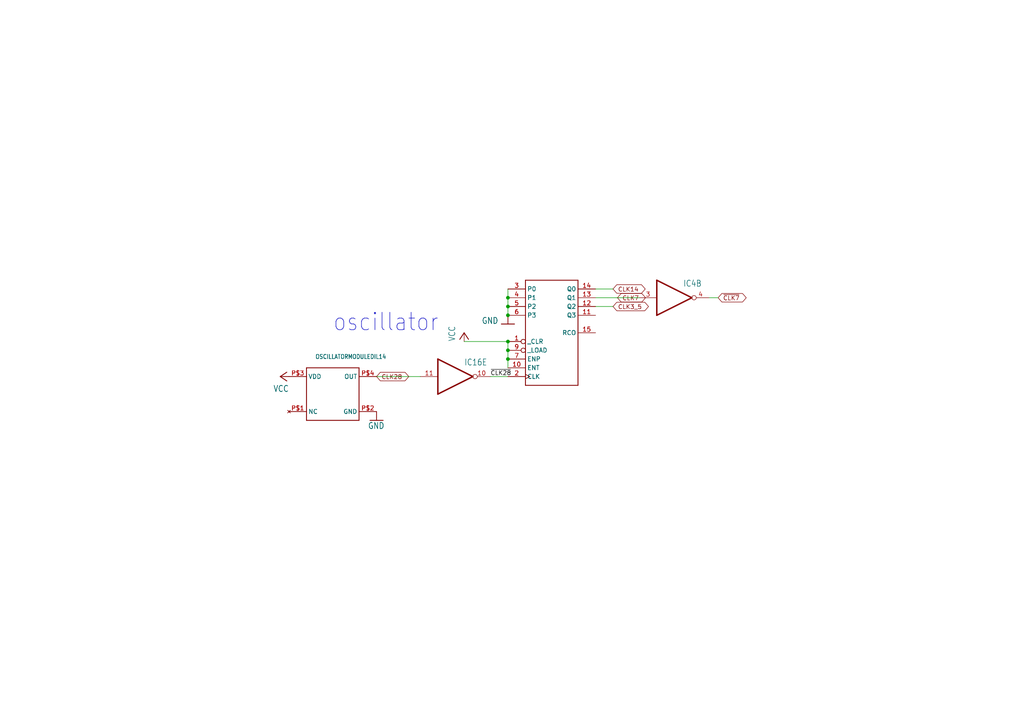
<source format=kicad_sch>
(kicad_sch (version 20230121) (generator eeschema)

  (uuid f825cb64-79c3-4fd9-a289-6df230eebe13)

  (paper "A4")

  (lib_symbols
    (symbol "cpu-blitter-inputs-eagle-import:7404N" (in_bom yes) (on_board yes)
      (property "Reference" "IC" (at -0.635 -0.635 0)
        (effects (font (size 1.778 1.5113)) (justify left bottom))
      )
      (property "Value" "" (at 2.54 -5.08 0)
        (effects (font (size 1.778 1.5113)) (justify left bottom) hide)
      )
      (property "Footprint" "cpu-blitter-inputs:DIL14" (at 0 0 0)
        (effects (font (size 1.27 1.27)) hide)
      )
      (property "Datasheet" "" (at 0 0 0)
        (effects (font (size 1.27 1.27)) hide)
      )
      (property "ki_locked" "" (at 0 0 0)
        (effects (font (size 1.27 1.27)))
      )
      (symbol "7404N_1_0"
        (polyline
          (pts
            (xy -5.08 -5.08)
            (xy -5.08 5.08)
          )
          (stroke (width 0.4064) (type solid))
          (fill (type none))
        )
        (polyline
          (pts
            (xy -5.08 5.08)
            (xy 5.08 0)
          )
          (stroke (width 0.4064) (type solid))
          (fill (type none))
        )
        (polyline
          (pts
            (xy 5.08 0)
            (xy -5.08 -5.08)
          )
          (stroke (width 0.4064) (type solid))
          (fill (type none))
        )
        (pin input line (at -10.16 0 0) (length 5.08)
          (name "I" (effects (font (size 0 0))))
          (number "1" (effects (font (size 1.27 1.27))))
        )
        (pin output inverted (at 10.16 0 180) (length 5.08)
          (name "O" (effects (font (size 0 0))))
          (number "2" (effects (font (size 1.27 1.27))))
        )
      )
      (symbol "7404N_2_0"
        (polyline
          (pts
            (xy -5.08 -5.08)
            (xy -5.08 5.08)
          )
          (stroke (width 0.4064) (type solid))
          (fill (type none))
        )
        (polyline
          (pts
            (xy -5.08 5.08)
            (xy 5.08 0)
          )
          (stroke (width 0.4064) (type solid))
          (fill (type none))
        )
        (polyline
          (pts
            (xy 5.08 0)
            (xy -5.08 -5.08)
          )
          (stroke (width 0.4064) (type solid))
          (fill (type none))
        )
        (pin input line (at -10.16 0 0) (length 5.08)
          (name "I" (effects (font (size 0 0))))
          (number "3" (effects (font (size 1.27 1.27))))
        )
        (pin output inverted (at 10.16 0 180) (length 5.08)
          (name "O" (effects (font (size 0 0))))
          (number "4" (effects (font (size 1.27 1.27))))
        )
      )
      (symbol "7404N_3_0"
        (polyline
          (pts
            (xy -5.08 -5.08)
            (xy -5.08 5.08)
          )
          (stroke (width 0.4064) (type solid))
          (fill (type none))
        )
        (polyline
          (pts
            (xy -5.08 5.08)
            (xy 5.08 0)
          )
          (stroke (width 0.4064) (type solid))
          (fill (type none))
        )
        (polyline
          (pts
            (xy 5.08 0)
            (xy -5.08 -5.08)
          )
          (stroke (width 0.4064) (type solid))
          (fill (type none))
        )
        (pin input line (at -10.16 0 0) (length 5.08)
          (name "I" (effects (font (size 0 0))))
          (number "5" (effects (font (size 1.27 1.27))))
        )
        (pin output inverted (at 10.16 0 180) (length 5.08)
          (name "O" (effects (font (size 0 0))))
          (number "6" (effects (font (size 1.27 1.27))))
        )
      )
      (symbol "7404N_4_0"
        (polyline
          (pts
            (xy -5.08 -5.08)
            (xy -5.08 5.08)
          )
          (stroke (width 0.4064) (type solid))
          (fill (type none))
        )
        (polyline
          (pts
            (xy -5.08 5.08)
            (xy 5.08 0)
          )
          (stroke (width 0.4064) (type solid))
          (fill (type none))
        )
        (polyline
          (pts
            (xy 5.08 0)
            (xy -5.08 -5.08)
          )
          (stroke (width 0.4064) (type solid))
          (fill (type none))
        )
        (pin output inverted (at 10.16 0 180) (length 5.08)
          (name "O" (effects (font (size 0 0))))
          (number "8" (effects (font (size 1.27 1.27))))
        )
        (pin input line (at -10.16 0 0) (length 5.08)
          (name "I" (effects (font (size 0 0))))
          (number "9" (effects (font (size 1.27 1.27))))
        )
      )
      (symbol "7404N_5_0"
        (polyline
          (pts
            (xy -5.08 -5.08)
            (xy -5.08 5.08)
          )
          (stroke (width 0.4064) (type solid))
          (fill (type none))
        )
        (polyline
          (pts
            (xy -5.08 5.08)
            (xy 5.08 0)
          )
          (stroke (width 0.4064) (type solid))
          (fill (type none))
        )
        (polyline
          (pts
            (xy 5.08 0)
            (xy -5.08 -5.08)
          )
          (stroke (width 0.4064) (type solid))
          (fill (type none))
        )
        (pin output inverted (at 10.16 0 180) (length 5.08)
          (name "O" (effects (font (size 0 0))))
          (number "10" (effects (font (size 1.27 1.27))))
        )
        (pin input line (at -10.16 0 0) (length 5.08)
          (name "I" (effects (font (size 0 0))))
          (number "11" (effects (font (size 1.27 1.27))))
        )
      )
      (symbol "7404N_6_0"
        (polyline
          (pts
            (xy -5.08 -5.08)
            (xy -5.08 5.08)
          )
          (stroke (width 0.4064) (type solid))
          (fill (type none))
        )
        (polyline
          (pts
            (xy -5.08 5.08)
            (xy 5.08 0)
          )
          (stroke (width 0.4064) (type solid))
          (fill (type none))
        )
        (polyline
          (pts
            (xy 5.08 0)
            (xy -5.08 -5.08)
          )
          (stroke (width 0.4064) (type solid))
          (fill (type none))
        )
        (pin output inverted (at 10.16 0 180) (length 5.08)
          (name "O" (effects (font (size 0 0))))
          (number "12" (effects (font (size 1.27 1.27))))
        )
        (pin input line (at -10.16 0 0) (length 5.08)
          (name "I" (effects (font (size 0 0))))
          (number "13" (effects (font (size 1.27 1.27))))
        )
      )
      (symbol "7404N_7_0"
        (text "GND" (at 1.905 -7.62 900)
          (effects (font (size 1.27 1.0795)) (justify left bottom))
        )
        (text "VCC" (at 1.905 5.08 900)
          (effects (font (size 1.27 1.0795)) (justify left bottom))
        )
        (pin power_in line (at 0 10.16 270) (length 7.62)
          (name "VCC" (effects (font (size 0 0))))
          (number "14" (effects (font (size 1.27 1.27))))
        )
        (pin power_in line (at 0 -10.16 90) (length 7.62)
          (name "GND" (effects (font (size 0 0))))
          (number "7" (effects (font (size 1.27 1.27))))
        )
      )
    )
    (symbol "cpu-blitter-inputs-eagle-import:74HC163" (in_bom yes) (on_board yes)
      (property "Reference" "" (at 0 0 0)
        (effects (font (size 1.27 1.27)) hide)
      )
      (property "Value" "" (at 0 0 0)
        (effects (font (size 1.27 1.27)) hide)
      )
      (property "Footprint" "cpu-blitter-inputs:DIL16" (at 0 0 0)
        (effects (font (size 1.27 1.27)) hide)
      )
      (property "Datasheet" "" (at 0 0 0)
        (effects (font (size 1.27 1.27)) hide)
      )
      (property "ki_locked" "" (at 0 0 0)
        (effects (font (size 1.27 1.27)))
      )
      (symbol "74HC163_1_0"
        (polyline
          (pts
            (xy -7.62 -15.24)
            (xy -7.62 15.24)
          )
          (stroke (width 0.254) (type solid))
          (fill (type none))
        )
        (polyline
          (pts
            (xy -7.62 15.24)
            (xy 7.62 15.24)
          )
          (stroke (width 0.254) (type solid))
          (fill (type none))
        )
        (polyline
          (pts
            (xy 7.62 -15.24)
            (xy -7.62 -15.24)
          )
          (stroke (width 0.254) (type solid))
          (fill (type none))
        )
        (polyline
          (pts
            (xy 7.62 15.24)
            (xy 7.62 -15.24)
          )
          (stroke (width 0.254) (type solid))
          (fill (type none))
        )
        (pin bidirectional inverted (at -12.7 -2.54 0) (length 5.08)
          (name "_CLR" (effects (font (size 1.27 1.27))))
          (number "1" (effects (font (size 1.27 1.27))))
        )
        (pin bidirectional line (at -12.7 -10.16 0) (length 5.08)
          (name "ENT" (effects (font (size 1.27 1.27))))
          (number "10" (effects (font (size 1.27 1.27))))
        )
        (pin bidirectional line (at 12.7 5.08 180) (length 5.08)
          (name "Q3" (effects (font (size 1.27 1.27))))
          (number "11" (effects (font (size 1.27 1.27))))
        )
        (pin bidirectional line (at 12.7 7.62 180) (length 5.08)
          (name "Q2" (effects (font (size 1.27 1.27))))
          (number "12" (effects (font (size 1.27 1.27))))
        )
        (pin bidirectional line (at 12.7 10.16 180) (length 5.08)
          (name "Q1" (effects (font (size 1.27 1.27))))
          (number "13" (effects (font (size 1.27 1.27))))
        )
        (pin bidirectional line (at 12.7 12.7 180) (length 5.08)
          (name "Q0" (effects (font (size 1.27 1.27))))
          (number "14" (effects (font (size 1.27 1.27))))
        )
        (pin bidirectional line (at 12.7 0 180) (length 5.08)
          (name "RCO" (effects (font (size 1.27 1.27))))
          (number "15" (effects (font (size 1.27 1.27))))
        )
        (pin bidirectional clock (at -12.7 -12.7 0) (length 5.08)
          (name "CLK" (effects (font (size 1.27 1.27))))
          (number "2" (effects (font (size 1.27 1.27))))
        )
        (pin bidirectional line (at -12.7 12.7 0) (length 5.08)
          (name "P0" (effects (font (size 1.27 1.27))))
          (number "3" (effects (font (size 1.27 1.27))))
        )
        (pin bidirectional line (at -12.7 10.16 0) (length 5.08)
          (name "P1" (effects (font (size 1.27 1.27))))
          (number "4" (effects (font (size 1.27 1.27))))
        )
        (pin bidirectional line (at -12.7 7.62 0) (length 5.08)
          (name "P2" (effects (font (size 1.27 1.27))))
          (number "5" (effects (font (size 1.27 1.27))))
        )
        (pin bidirectional line (at -12.7 5.08 0) (length 5.08)
          (name "P3" (effects (font (size 1.27 1.27))))
          (number "6" (effects (font (size 1.27 1.27))))
        )
        (pin bidirectional line (at -12.7 -7.62 0) (length 5.08)
          (name "ENP" (effects (font (size 1.27 1.27))))
          (number "7" (effects (font (size 1.27 1.27))))
        )
        (pin bidirectional inverted (at -12.7 -5.08 0) (length 5.08)
          (name "_LOAD" (effects (font (size 1.27 1.27))))
          (number "9" (effects (font (size 1.27 1.27))))
        )
      )
      (symbol "74HC163_2_0"
        (pin power_in line (at 0 12.7 270) (length 5.08)
          (name "VCC" (effects (font (size 1.27 1.27))))
          (number "16" (effects (font (size 1.27 1.27))))
        )
        (pin power_in line (at 0 -10.16 90) (length 5.08)
          (name "GND" (effects (font (size 1.27 1.27))))
          (number "8" (effects (font (size 1.27 1.27))))
        )
      )
    )
    (symbol "cpu-blitter-inputs-eagle-import:GND" (power) (in_bom yes) (on_board yes)
      (property "Reference" "#GND" (at 0 0 0)
        (effects (font (size 1.27 1.27)) hide)
      )
      (property "Value" "GND" (at -2.54 -2.54 0)
        (effects (font (size 1.778 1.5113)) (justify left bottom))
      )
      (property "Footprint" "" (at 0 0 0)
        (effects (font (size 1.27 1.27)) hide)
      )
      (property "Datasheet" "" (at 0 0 0)
        (effects (font (size 1.27 1.27)) hide)
      )
      (property "ki_locked" "" (at 0 0 0)
        (effects (font (size 1.27 1.27)))
      )
      (symbol "GND_1_0"
        (polyline
          (pts
            (xy -1.905 0)
            (xy 1.905 0)
          )
          (stroke (width 0.254) (type solid))
          (fill (type none))
        )
        (pin power_in line (at 0 2.54 270) (length 2.54)
          (name "GND" (effects (font (size 0 0))))
          (number "1" (effects (font (size 0 0))))
        )
      )
    )
    (symbol "cpu-blitter-inputs-eagle-import:OSCILLATORMODULEDIL14" (in_bom yes) (on_board yes)
      (property "Reference" "" (at -5.08 12.7 0)
        (effects (font (size 1.27 1.0795)) (justify left bottom) hide)
      )
      (property "Value" "" (at -5.08 10.16 0)
        (effects (font (size 1.27 1.0795)) (justify left bottom))
      )
      (property "Footprint" "cpu-blitter-inputs:CRYSTAL800MIL" (at 0 0 0)
        (effects (font (size 1.27 1.27)) hide)
      )
      (property "Datasheet" "" (at 0 0 0)
        (effects (font (size 1.27 1.27)) hide)
      )
      (property "ki_locked" "" (at 0 0 0)
        (effects (font (size 1.27 1.27)))
      )
      (symbol "OSCILLATORMODULEDIL14_1_0"
        (polyline
          (pts
            (xy -7.62 -7.62)
            (xy 7.62 -7.62)
          )
          (stroke (width 0.254) (type solid))
          (fill (type none))
        )
        (polyline
          (pts
            (xy -7.62 7.62)
            (xy -7.62 -7.62)
          )
          (stroke (width 0.254) (type solid))
          (fill (type none))
        )
        (polyline
          (pts
            (xy 7.62 -7.62)
            (xy 7.62 7.62)
          )
          (stroke (width 0.254) (type solid))
          (fill (type none))
        )
        (polyline
          (pts
            (xy 7.62 7.62)
            (xy -7.62 7.62)
          )
          (stroke (width 0.254) (type solid))
          (fill (type none))
        )
        (pin no_connect line (at -12.7 -5.08 0) (length 5.08)
          (name "NC" (effects (font (size 1.27 1.27))))
          (number "P$1" (effects (font (size 1.27 1.27))))
        )
        (pin power_in line (at 12.7 -5.08 180) (length 5.08)
          (name "GND" (effects (font (size 1.27 1.27))))
          (number "P$2" (effects (font (size 1.27 1.27))))
        )
        (pin power_in line (at -12.7 5.08 0) (length 5.08)
          (name "VDD" (effects (font (size 1.27 1.27))))
          (number "P$3" (effects (font (size 1.27 1.27))))
        )
        (pin output line (at 12.7 5.08 180) (length 5.08)
          (name "OUT" (effects (font (size 1.27 1.27))))
          (number "P$4" (effects (font (size 1.27 1.27))))
        )
      )
    )
    (symbol "cpu-blitter-inputs-eagle-import:VCC" (power) (in_bom yes) (on_board yes)
      (property "Reference" "#P+" (at 0 0 0)
        (effects (font (size 1.27 1.27)) hide)
      )
      (property "Value" "VCC" (at -2.54 -2.54 90)
        (effects (font (size 1.778 1.5113)) (justify left bottom))
      )
      (property "Footprint" "" (at 0 0 0)
        (effects (font (size 1.27 1.27)) hide)
      )
      (property "Datasheet" "" (at 0 0 0)
        (effects (font (size 1.27 1.27)) hide)
      )
      (property "ki_locked" "" (at 0 0 0)
        (effects (font (size 1.27 1.27)))
      )
      (symbol "VCC_1_0"
        (polyline
          (pts
            (xy 0 0)
            (xy -1.27 -1.905)
          )
          (stroke (width 0.254) (type solid))
          (fill (type none))
        )
        (polyline
          (pts
            (xy 1.27 -1.905)
            (xy 0 0)
          )
          (stroke (width 0.254) (type solid))
          (fill (type none))
        )
        (pin power_in line (at 0 -2.54 90) (length 2.54)
          (name "VCC" (effects (font (size 0 0))))
          (number "1" (effects (font (size 0 0))))
        )
      )
    )
  )

  (junction (at 147.32 101.6) (diameter 0) (color 0 0 0 0)
    (uuid 28915fcf-e2fc-4936-b8c1-4edaa8dd445b)
  )
  (junction (at 147.32 104.14) (diameter 0) (color 0 0 0 0)
    (uuid 4a83e75f-2a26-4f74-a983-f5a9fd64a519)
  )
  (junction (at 147.32 91.44) (diameter 0) (color 0 0 0 0)
    (uuid 4f5182e2-5ed9-4eae-9f91-5b09a4b3584c)
  )
  (junction (at 147.32 86.36) (diameter 0) (color 0 0 0 0)
    (uuid 731de2d4-b00e-4d63-9c5f-affd633a06d7)
  )
  (junction (at 147.32 88.9) (diameter 0) (color 0 0 0 0)
    (uuid 87cc2c4c-e448-45ed-b487-e4b33dff913c)
  )
  (junction (at 147.32 99.06) (diameter 0) (color 0 0 0 0)
    (uuid d345512d-22a1-4ec2-b790-de615965b283)
  )

  (wire (pts (xy 147.32 106.68) (xy 147.32 104.14))
    (stroke (width 0.1524) (type solid))
    (uuid 10d59624-826c-46e5-8298-653f028df2a0)
  )
  (wire (pts (xy 147.32 86.36) (xy 147.32 83.82))
    (stroke (width 0.1524) (type solid))
    (uuid 2953dd12-db55-46b6-bc96-6da396606646)
  )
  (wire (pts (xy 147.32 88.9) (xy 147.32 86.36))
    (stroke (width 0.1524) (type solid))
    (uuid 2ba63891-3230-4f3a-a932-98fb8c69cbc7)
  )
  (wire (pts (xy 172.72 83.82) (xy 177.8 83.82))
    (stroke (width 0.1524) (type solid))
    (uuid 33ea54c3-2f6f-4b5e-86a0-96e3351de111)
  )
  (wire (pts (xy 147.32 91.44) (xy 147.32 88.9))
    (stroke (width 0.1524) (type solid))
    (uuid 3ac53fe2-6493-4b81-807e-cf3da7da2825)
  )
  (wire (pts (xy 109.22 109.22) (xy 121.92 109.22))
    (stroke (width 0.1524) (type solid))
    (uuid 4455f1b3-0b92-4baf-83ff-4bfa4b5c2568)
  )
  (wire (pts (xy 205.74 86.36) (xy 208.28 86.36))
    (stroke (width 0.1524) (type solid))
    (uuid 481afbbc-8a13-4a7b-84eb-04ad29aaf3e0)
  )
  (wire (pts (xy 172.72 86.36) (xy 185.42 86.36))
    (stroke (width 0.1524) (type solid))
    (uuid 67d0d22d-9af6-4afa-9752-9602cbcdc38d)
  )
  (wire (pts (xy 147.32 109.22) (xy 142.24 109.22))
    (stroke (width 0.1524) (type solid))
    (uuid b4699c50-9276-4a67-a036-110f2e844af9)
  )
  (wire (pts (xy 147.32 101.6) (xy 147.32 104.14))
    (stroke (width 0.1524) (type solid))
    (uuid b74a3c3b-3cf5-4383-b9e0-898fac78726d)
  )
  (wire (pts (xy 172.72 88.9) (xy 177.8 88.9))
    (stroke (width 0.1524) (type solid))
    (uuid c157f5fd-cded-46d3-a8a3-05e2f908f7e9)
  )
  (wire (pts (xy 134.62 99.06) (xy 147.32 99.06))
    (stroke (width 0.1524) (type solid))
    (uuid dff1e206-35cd-409c-9fd1-9aa7ded8b11d)
  )
  (wire (pts (xy 147.32 101.6) (xy 147.32 99.06))
    (stroke (width 0.1524) (type solid))
    (uuid e80e3603-8664-4b9a-af40-ebec59a0e6e6)
  )

  (text "oscillator" (at 96.52 96.52 0)
    (effects (font (size 5.08 4.318)) (justify left bottom))
    (uuid 5a7ebebb-6f08-45f1-a6c5-01532ca6d5c5)
  )

  (label "~{CLK28}" (at 142.24 109.22 0) (fields_autoplaced)
    (effects (font (size 1.2446 1.2446)) (justify left bottom))
    (uuid a9c150fc-5bbf-49d4-83a8-064aa2e9e7b4)
  )

  (global_label "CLK14" (shape bidirectional) (at 177.8 83.82 0) (fields_autoplaced)
    (effects (font (size 1.2446 1.2446)) (justify left))
    (uuid 0d9d2405-8734-4be5-872c-931cbaa6254d)
    (property "Intersheetrefs" "${INTERSHEET_REFS}" (at 187.6037 83.82 0)
      (effects (font (size 1.27 1.27)) (justify left) hide)
    )
  )
  (global_label "CLK3_5" (shape bidirectional) (at 177.8 88.9 0) (fields_autoplaced)
    (effects (font (size 1.2446 1.2446)) (justify left))
    (uuid 53540475-8ec7-4784-8219-800683fb861d)
    (property "Intersheetrefs" "${INTERSHEET_REFS}" (at 188.552 88.9 0)
      (effects (font (size 1.27 1.27)) (justify left) hide)
    )
  )
  (global_label "CLK7" (shape bidirectional) (at 179.07 86.36 0) (fields_autoplaced)
    (effects (font (size 1.2446 1.2446)) (justify left))
    (uuid 6608c9fc-ec3e-4a9d-923f-837f2866a813)
    (property "Intersheetrefs" "${INTERSHEET_REFS}" (at 187.6884 86.36 0)
      (effects (font (size 1.27 1.27)) (justify left) hide)
    )
  )
  (global_label "CLK28" (shape bidirectional) (at 109.22 109.22 0) (fields_autoplaced)
    (effects (font (size 1.2446 1.2446)) (justify left))
    (uuid f2c5df9f-3ada-4508-b25f-58dc3a7ef5fc)
    (property "Intersheetrefs" "${INTERSHEET_REFS}" (at 119.0237 109.22 0)
      (effects (font (size 1.27 1.27)) (justify left) hide)
    )
  )
  (global_label "~{CLK7}" (shape bidirectional) (at 208.28 86.36 0) (fields_autoplaced)
    (effects (font (size 1.2446 1.2446)) (justify left))
    (uuid fff6889c-a84e-406f-bf0c-fe5642ec6df7)
    (property "Intersheetrefs" "${INTERSHEET_REFS}" (at 216.8984 86.36 0)
      (effects (font (size 1.27 1.27)) (justify left) hide)
    )
  )

  (symbol (lib_id "cpu-blitter-inputs-eagle-import:OSCILLATORMODULEDIL14") (at 96.52 114.3 0) (unit 1)
    (in_bom yes) (on_board yes) (dnp no)
    (uuid 254af2e3-7865-4425-a534-0c8163c72ed4)
    (property "Reference" "U$2" (at 91.44 101.6 0)
      (effects (font (size 1.27 1.0795)) (justify left bottom) hide)
    )
    (property "Value" "OSCILLATORMODULEDIL14" (at 91.44 104.14 0)
      (effects (font (size 1.27 1.0795)) (justify left bottom))
    )
    (property "Footprint" "cpu-blitter-inputs:CRYSTAL800MIL" (at 96.52 114.3 0)
      (effects (font (size 1.27 1.27)) hide)
    )
    (property "Datasheet" "" (at 96.52 114.3 0)
      (effects (font (size 1.27 1.27)) hide)
    )
    (pin "P$1" (uuid a95f5b68-e001-48f9-9915-249fdf55e297))
    (pin "P$2" (uuid 523ee4bf-790f-4819-a71d-5773a803b89f))
    (pin "P$3" (uuid e24624d7-f8a8-4dc3-acee-6732f6d1dd2e))
    (pin "P$4" (uuid bf80545d-98fb-4097-8092-279ad6c9479d))
    (instances
      (project "cpu-blitter-inputs"
        (path "/28034957-81b4-48a5-b869-6f4cb8f0c2fa/ece8c674-80b2-4664-a47f-204f39ea3530"
          (reference "U$2") (unit 1)
        )
      )
    )
  )

  (symbol (lib_id "cpu-blitter-inputs-eagle-import:GND") (at 109.22 121.92 0) (unit 1)
    (in_bom yes) (on_board yes) (dnp no)
    (uuid 456fe370-08c2-4a8f-bbc7-683bd87fc438)
    (property "Reference" "#GND35" (at 109.22 121.92 0)
      (effects (font (size 1.27 1.27)) hide)
    )
    (property "Value" "GND" (at 106.68 124.46 0)
      (effects (font (size 1.778 1.5113)) (justify left bottom))
    )
    (property "Footprint" "" (at 109.22 121.92 0)
      (effects (font (size 1.27 1.27)) hide)
    )
    (property "Datasheet" "" (at 109.22 121.92 0)
      (effects (font (size 1.27 1.27)) hide)
    )
    (pin "1" (uuid 5dba6355-bf0b-4215-a7b8-025468b780b1))
    (instances
      (project "cpu-blitter-inputs"
        (path "/28034957-81b4-48a5-b869-6f4cb8f0c2fa/ece8c674-80b2-4664-a47f-204f39ea3530"
          (reference "#GND35") (unit 1)
        )
      )
    )
  )

  (symbol (lib_id "cpu-blitter-inputs-eagle-import:VCC") (at 134.62 96.52 0) (unit 1)
    (in_bom yes) (on_board yes) (dnp no)
    (uuid 64a3ef7c-8856-45f6-84f0-d9512cc90adc)
    (property "Reference" "#P+50" (at 134.62 96.52 0)
      (effects (font (size 1.27 1.27)) hide)
    )
    (property "Value" "VCC" (at 132.08 99.06 90)
      (effects (font (size 1.778 1.5113)) (justify left bottom))
    )
    (property "Footprint" "" (at 134.62 96.52 0)
      (effects (font (size 1.27 1.27)) hide)
    )
    (property "Datasheet" "" (at 134.62 96.52 0)
      (effects (font (size 1.27 1.27)) hide)
    )
    (pin "1" (uuid 2abde7c5-c06f-4f88-959a-78520aa6ebf5))
    (instances
      (project "cpu-blitter-inputs"
        (path "/28034957-81b4-48a5-b869-6f4cb8f0c2fa/ece8c674-80b2-4664-a47f-204f39ea3530"
          (reference "#P+50") (unit 1)
        )
      )
    )
  )

  (symbol (lib_id "cpu-blitter-inputs-eagle-import:7404N") (at 132.08 109.22 0) (unit 5)
    (in_bom yes) (on_board yes) (dnp no)
    (uuid 9178aab1-bdad-45d2-a9df-6a9ea00a3150)
    (property "Reference" "IC16" (at 134.62 106.045 0)
      (effects (font (size 1.778 1.5113)) (justify left bottom))
    )
    (property "Value" "7404N" (at 134.62 114.3 0)
      (effects (font (size 1.778 1.5113)) (justify left bottom) hide)
    )
    (property "Footprint" "cpu-blitter-inputs:DIL14" (at 132.08 109.22 0)
      (effects (font (size 1.27 1.27)) hide)
    )
    (property "Datasheet" "" (at 132.08 109.22 0)
      (effects (font (size 1.27 1.27)) hide)
    )
    (pin "1" (uuid ca1e3fd2-9300-48ce-95f4-8b931eae46ed))
    (pin "2" (uuid 38b877f2-109b-4aab-9741-fbc18b3210b8))
    (pin "3" (uuid 71d29c08-d276-44cb-afb5-f597bff3aa63))
    (pin "4" (uuid d728047c-907a-4402-913c-97e277ff4a3a))
    (pin "5" (uuid 0b19f847-ae8e-4b13-acea-c33d8635da18))
    (pin "6" (uuid 0c5ab8c3-2117-4240-945d-99f9177d415a))
    (pin "8" (uuid ec67ed85-68f2-41ad-99c2-9b4627074cd0))
    (pin "9" (uuid 56f05b75-3805-441a-b085-8ea96465fb30))
    (pin "10" (uuid 76aefeb6-6592-4bdf-9e4a-e883b157518b))
    (pin "11" (uuid 06d9bf37-0d2a-4207-bc72-42bd5750a69e))
    (pin "12" (uuid b4ad8f18-3297-4589-be7e-9fd457ab4743))
    (pin "13" (uuid c86a515f-e2d5-4521-a8c9-aaddc7a3d304))
    (pin "14" (uuid 6bc1c9fc-07f1-45fd-9dc1-773b8bc1397b))
    (pin "7" (uuid 5fe0cc33-fd15-409c-a5ce-9273d11c3c43))
    (instances
      (project "cpu-blitter-inputs"
        (path "/28034957-81b4-48a5-b869-6f4cb8f0c2fa/ece8c674-80b2-4664-a47f-204f39ea3530"
          (reference "IC16") (unit 5)
        )
      )
    )
  )

  (symbol (lib_id "cpu-blitter-inputs-eagle-import:74HC163") (at 160.02 96.52 0) (unit 1)
    (in_bom yes) (on_board yes) (dnp no)
    (uuid 9dd0839d-0740-4452-b071-e09ab06e1b04)
    (property "Reference" "U$6" (at 160.02 96.52 0)
      (effects (font (size 1.27 1.27)) hide)
    )
    (property "Value" "74HC163" (at 160.02 96.52 0)
      (effects (font (size 1.27 1.27)) hide)
    )
    (property "Footprint" "cpu-blitter-inputs:DIL16" (at 160.02 96.52 0)
      (effects (font (size 1.27 1.27)) hide)
    )
    (property "Datasheet" "" (at 160.02 96.52 0)
      (effects (font (size 1.27 1.27)) hide)
    )
    (pin "1" (uuid a68bf6a4-e4b6-40dd-b07e-759915f1f555))
    (pin "10" (uuid 2ed59f0a-798a-4b98-87ac-b11ef53f1dad))
    (pin "11" (uuid b4866a38-ece4-444c-9233-70b5847a1178))
    (pin "12" (uuid 345d7f53-2eb2-4832-8b9d-492764971ca4))
    (pin "13" (uuid 7d078504-a8bc-4445-8176-24415308dd3c))
    (pin "14" (uuid 7c81ee23-00fc-4469-8df3-a6a7daf13fcb))
    (pin "15" (uuid 45b9089a-f601-472e-93a2-0f11310c7fa5))
    (pin "2" (uuid 96e7a44d-ff49-4025-a435-bbfbc0d6b2ef))
    (pin "3" (uuid 25a3760a-8949-4278-a67f-02c80b250592))
    (pin "4" (uuid 582c4915-a57b-46e4-8a05-449378dcb7ba))
    (pin "5" (uuid f576770d-7816-4a0d-ae2c-d00c8da3d946))
    (pin "6" (uuid 5048de75-f0d2-42df-ad64-061a464908c0))
    (pin "7" (uuid dd9d44ab-2062-4f80-81d5-8530f323b885))
    (pin "9" (uuid 91b691f4-ccfa-49b4-807e-64eb9c39cc7f))
    (pin "16" (uuid 757c8a92-cf2a-4566-9703-803d808f355b))
    (pin "8" (uuid 2e12741b-e26e-4563-8eea-69b34ec430b2))
    (instances
      (project "cpu-blitter-inputs"
        (path "/28034957-81b4-48a5-b869-6f4cb8f0c2fa/ece8c674-80b2-4664-a47f-204f39ea3530"
          (reference "U$6") (unit 1)
        )
      )
    )
  )

  (symbol (lib_id "cpu-blitter-inputs-eagle-import:VCC") (at 81.28 109.22 90) (unit 1)
    (in_bom yes) (on_board yes) (dnp no)
    (uuid c8970c8e-bb0d-4f13-97f5-2a275c630cf1)
    (property "Reference" "#P+38" (at 81.28 109.22 0)
      (effects (font (size 1.27 1.27)) hide)
    )
    (property "Value" "VCC" (at 83.82 111.76 90)
      (effects (font (size 1.778 1.5113)) (justify left bottom))
    )
    (property "Footprint" "" (at 81.28 109.22 0)
      (effects (font (size 1.27 1.27)) hide)
    )
    (property "Datasheet" "" (at 81.28 109.22 0)
      (effects (font (size 1.27 1.27)) hide)
    )
    (pin "1" (uuid 188138ed-74d4-47e7-a33b-d0deabeb68cf))
    (instances
      (project "cpu-blitter-inputs"
        (path "/28034957-81b4-48a5-b869-6f4cb8f0c2fa/ece8c674-80b2-4664-a47f-204f39ea3530"
          (reference "#P+38") (unit 1)
        )
      )
    )
  )

  (symbol (lib_id "cpu-blitter-inputs-eagle-import:GND") (at 147.32 93.98 0) (unit 1)
    (in_bom yes) (on_board yes) (dnp no)
    (uuid e082efb2-db2f-43b6-8781-69de8dfd98c2)
    (property "Reference" "#GND36" (at 147.32 93.98 0)
      (effects (font (size 1.27 1.27)) hide)
    )
    (property "Value" "GND" (at 139.7 93.98 0)
      (effects (font (size 1.778 1.5113)) (justify left bottom))
    )
    (property "Footprint" "" (at 147.32 93.98 0)
      (effects (font (size 1.27 1.27)) hide)
    )
    (property "Datasheet" "" (at 147.32 93.98 0)
      (effects (font (size 1.27 1.27)) hide)
    )
    (pin "1" (uuid 16d19489-a72f-41ea-8698-785400f439ab))
    (instances
      (project "cpu-blitter-inputs"
        (path "/28034957-81b4-48a5-b869-6f4cb8f0c2fa/ece8c674-80b2-4664-a47f-204f39ea3530"
          (reference "#GND36") (unit 1)
        )
      )
    )
  )

  (symbol (lib_id "cpu-blitter-inputs-eagle-import:7404N") (at 195.58 86.36 0) (unit 2)
    (in_bom yes) (on_board yes) (dnp no)
    (uuid f8bab6d4-dad8-4ce3-93d9-bda8aa7210b4)
    (property "Reference" "IC4" (at 198.12 83.185 0)
      (effects (font (size 1.778 1.5113)) (justify left bottom))
    )
    (property "Value" "7404N" (at 198.12 91.44 0)
      (effects (font (size 1.778 1.5113)) (justify left bottom) hide)
    )
    (property "Footprint" "cpu-blitter-inputs:DIL14" (at 195.58 86.36 0)
      (effects (font (size 1.27 1.27)) hide)
    )
    (property "Datasheet" "" (at 195.58 86.36 0)
      (effects (font (size 1.27 1.27)) hide)
    )
    (pin "1" (uuid 15d853d3-3b38-4b75-9b15-995c313e7bb4))
    (pin "2" (uuid 555b590e-bda3-4712-877a-767c122681b1))
    (pin "3" (uuid 332d84d9-7a43-45fe-9755-2fc6d94a1dcc))
    (pin "4" (uuid 4b703452-1278-4701-8c82-d12a429f985e))
    (pin "5" (uuid d11f5fcc-c2da-4863-a3c3-9c5beee7e18a))
    (pin "6" (uuid cd3a7b01-6ec4-4dc5-8e46-6ef96ea61960))
    (pin "8" (uuid e6269a47-c798-44d7-8e79-91ad4ad3d5e0))
    (pin "9" (uuid 0f103657-ae48-4bba-9fe4-c0978334e8e9))
    (pin "10" (uuid e8a710bc-3fdc-4bcb-8b65-488b5cafd135))
    (pin "11" (uuid bc1cf85c-594b-49ec-8d58-6988ba2d894f))
    (pin "12" (uuid 46738011-5dca-4e19-909c-e1b3ee4b2cd7))
    (pin "13" (uuid 21c0e904-0428-4c05-8db9-140230267fe7))
    (pin "14" (uuid 40b2817d-17ce-4f3d-9a5b-36c55b29ffca))
    (pin "7" (uuid 21ea58eb-c3b7-4a5f-b054-dd7a76d281f6))
    (instances
      (project "cpu-blitter-inputs"
        (path "/28034957-81b4-48a5-b869-6f4cb8f0c2fa/ece8c674-80b2-4664-a47f-204f39ea3530"
          (reference "IC4") (unit 2)
        )
      )
    )
  )
)

</source>
